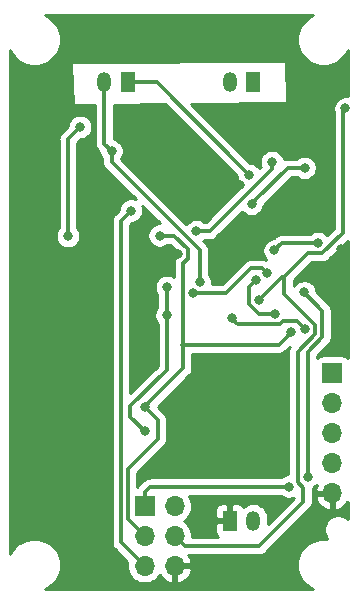
<source format=gbr>
G04 #@! TF.GenerationSoftware,KiCad,Pcbnew,(5.1.5)-3*
G04 #@! TF.CreationDate,2020-12-24T11:10:49+00:00*
G04 #@! TF.ProjectId,ModuleV421,4d6f6475-6c65-4563-9432-312e6b696361,rev?*
G04 #@! TF.SameCoordinates,Original*
G04 #@! TF.FileFunction,Copper,L2,Bot*
G04 #@! TF.FilePolarity,Positive*
%FSLAX46Y46*%
G04 Gerber Fmt 4.6, Leading zero omitted, Abs format (unit mm)*
G04 Created by KiCad (PCBNEW (5.1.5)-3) date 2020-12-24 11:10:49*
%MOMM*%
%LPD*%
G04 APERTURE LIST*
%ADD10R,1.200000X1.700000*%
%ADD11O,1.200000X1.700000*%
%ADD12R,1.700000X1.700000*%
%ADD13O,1.700000X1.700000*%
%ADD14C,0.800000*%
%ADD15C,0.300000*%
%ADD16C,0.254000*%
G04 APERTURE END LIST*
D10*
X123217600Y-54387600D03*
D11*
X121217600Y-54387600D03*
D12*
X129917600Y-78987600D03*
D13*
X129917600Y-81527600D03*
X129917600Y-84067600D03*
X129917600Y-86607600D03*
X129917600Y-89147600D03*
D12*
X114017600Y-90237600D03*
D13*
X116557600Y-90237600D03*
X114017600Y-92777600D03*
X116557600Y-92777600D03*
X114017600Y-95317600D03*
X116557600Y-95317600D03*
D10*
X121217600Y-91487600D03*
D11*
X123217600Y-91487600D03*
D10*
X112617600Y-54387600D03*
D11*
X110617600Y-54387600D03*
D14*
X119817600Y-51587600D03*
X119817600Y-49187600D03*
X112917600Y-50437610D03*
X113934889Y-50409368D03*
X111017600Y-67687600D03*
X109817600Y-67687600D03*
X105417600Y-89987600D03*
X106517600Y-89987600D03*
X110217600Y-96387600D03*
X111317600Y-96387600D03*
X125417600Y-86287600D03*
X125417600Y-87387600D03*
X128861920Y-69897740D03*
X130672940Y-68467720D03*
X109817600Y-68787600D03*
X111017600Y-68787600D03*
X103917600Y-67687600D03*
X105117600Y-67687600D03*
X113317600Y-72787600D03*
X117287772Y-65254798D03*
X114187550Y-72917650D03*
X112117600Y-58662600D03*
X116817600Y-68887600D03*
X129733140Y-71340460D03*
X128531720Y-64568820D03*
X122125840Y-63039740D03*
X111217600Y-60187600D03*
X118668648Y-71238648D03*
X127572360Y-61609720D03*
X123083420Y-64665340D03*
X122865260Y-62225317D03*
X107517600Y-67387598D03*
X108567600Y-58137600D03*
X115877103Y-74097241D03*
X115917600Y-71687600D03*
X118408132Y-66962306D03*
X114017600Y-83887600D03*
X127617600Y-75287600D03*
X124792840Y-61119500D03*
X121395834Y-74309370D03*
X118158746Y-72213341D03*
X124401680Y-70504800D03*
X125008740Y-68609960D03*
X128714600Y-67990200D03*
X123468313Y-71086910D03*
X125077320Y-73994760D03*
X112867589Y-65237589D03*
X131017600Y-56587600D03*
X123723375Y-72786921D03*
X127524287Y-72149244D03*
X126223665Y-88606799D03*
X127817600Y-87787600D03*
X114017596Y-81837596D03*
X115292377Y-67348877D03*
X126443022Y-75523897D03*
D15*
X110617600Y-59587600D02*
X111217600Y-60187600D01*
X110617600Y-54387600D02*
X110617600Y-59587600D01*
X118668648Y-68580903D02*
X118668648Y-71238648D01*
X111217600Y-61129855D02*
X118668648Y-68580903D01*
X111217600Y-60187600D02*
X111217600Y-61129855D01*
X123483419Y-64265341D02*
X123083420Y-64665340D01*
X126139040Y-61609720D02*
X123483419Y-64265341D01*
X127572360Y-61609720D02*
X126139040Y-61609720D01*
X112617600Y-54387600D02*
X115027543Y-54387600D01*
X122465261Y-61825318D02*
X122865260Y-62225317D01*
X115027543Y-54387600D02*
X122465261Y-61825318D01*
X107517600Y-59187600D02*
X108567600Y-58137600D01*
X107517600Y-67387598D02*
X107517600Y-59187600D01*
X115877103Y-74097241D02*
X115877103Y-71728097D01*
X115877103Y-71728097D02*
X115917600Y-71687600D01*
X115917600Y-78687600D02*
X115917600Y-74137738D01*
X112817600Y-81787600D02*
X115917600Y-78687600D01*
X115917600Y-74137738D02*
X115877103Y-74097241D01*
X114017600Y-83887600D02*
X112817600Y-82687600D01*
X112817600Y-82687600D02*
X112817600Y-81787600D01*
X118408132Y-66962306D02*
X119515719Y-66962306D01*
X124792840Y-61685185D02*
X124792840Y-61119500D01*
X119515719Y-66962306D02*
X124792840Y-61685185D01*
X121795833Y-74709369D02*
X121395834Y-74309370D01*
X125518341Y-74844761D02*
X121931225Y-74844761D01*
X125775504Y-74587598D02*
X125518341Y-74844761D01*
X127617600Y-75287600D02*
X126917598Y-74587598D01*
X121931225Y-74844761D02*
X121795833Y-74709369D01*
X126917598Y-74587598D02*
X125775504Y-74587598D01*
X123010979Y-70104801D02*
X124001681Y-70104801D01*
X120902439Y-72213341D02*
X123010979Y-70104801D01*
X124001681Y-70104801D02*
X124401680Y-70504800D01*
X118158746Y-72213341D02*
X120902439Y-72213341D01*
X125628500Y-67990200D02*
X128714600Y-67990200D01*
X125008740Y-68609960D02*
X125628500Y-67990200D01*
X122873374Y-71681849D02*
X122873374Y-73153018D01*
X124511635Y-73994760D02*
X125077320Y-73994760D01*
X122873374Y-73153018D02*
X123715116Y-73994760D01*
X123468313Y-71086910D02*
X122873374Y-71681849D01*
X123715116Y-73994760D02*
X124511635Y-73994760D01*
X112017588Y-66087590D02*
X112867589Y-65237589D01*
X114017600Y-95317600D02*
X112017588Y-93317588D01*
X112017588Y-93317588D02*
X112017588Y-66087590D01*
X125798085Y-70871560D02*
X125638736Y-70871560D01*
X125638736Y-70871560D02*
X124123374Y-72386922D01*
X124123374Y-72386922D02*
X123723375Y-72786921D01*
X127829444Y-68840201D02*
X125798085Y-70871560D01*
X130817610Y-65852035D02*
X130817610Y-67089312D01*
X129066721Y-68840201D02*
X127829444Y-68840201D01*
X130817610Y-67089312D02*
X129066721Y-68840201D01*
X130840580Y-56764620D02*
X131017600Y-56587600D01*
X130817600Y-65887600D02*
X130840580Y-65864620D01*
X130840580Y-65864620D02*
X130840580Y-56764620D01*
X127467602Y-89871118D02*
X123711121Y-93627599D01*
X127467602Y-88695606D02*
X127467602Y-89871118D01*
X126967598Y-77195606D02*
X126967598Y-88195602D01*
X117407599Y-93627599D02*
X116557600Y-92777600D01*
X125844400Y-70917875D02*
X125844400Y-72256396D01*
X123711121Y-93627599D02*
X117407599Y-93627599D01*
X125844400Y-72256396D02*
X128467602Y-74879598D01*
X126967598Y-88195602D02*
X127467602Y-88695606D01*
X128467602Y-74879598D02*
X128467602Y-75695602D01*
X125798085Y-70871560D02*
X125844400Y-70917875D01*
X128467602Y-75695602D02*
X126967598Y-77195606D01*
X114017600Y-89087600D02*
X114498401Y-88606799D01*
X114017600Y-90237600D02*
X114017600Y-89087600D01*
X114498401Y-88606799D02*
X126223665Y-88606799D01*
X129067613Y-73692570D02*
X129067613Y-75944134D01*
X129067613Y-75944134D02*
X127817600Y-77194147D01*
X127524287Y-72149244D02*
X129067613Y-73692570D01*
X127817600Y-77194147D02*
X127817600Y-87787600D01*
X117267601Y-78587591D02*
X114417595Y-81437597D01*
X114417595Y-81437597D02*
X114017596Y-81837596D01*
X117667601Y-68479599D02*
X117667601Y-69295601D01*
X116536879Y-67348877D02*
X117667601Y-68479599D01*
X117267601Y-69695601D02*
X117267601Y-78587591D01*
X115292377Y-67348877D02*
X116536879Y-67348877D01*
X117667601Y-69295601D02*
X117267601Y-69695601D01*
X115117600Y-82937600D02*
X114017596Y-81837596D01*
X115117600Y-84587600D02*
X115117600Y-82937600D01*
X114017600Y-92777600D02*
X112617599Y-91377599D01*
X112617599Y-87087601D02*
X115117600Y-84587600D01*
X112617599Y-91377599D02*
X112617599Y-87087601D01*
X126043023Y-75923896D02*
X126443022Y-75523897D01*
X117217600Y-76587600D02*
X125379319Y-76587600D01*
X125379319Y-76587600D02*
X126043023Y-75923896D01*
D16*
G36*
X128108931Y-48756969D02*
G01*
X127742871Y-49001562D01*
X127431562Y-49312871D01*
X127186969Y-49678931D01*
X127018490Y-50085675D01*
X126932600Y-50517472D01*
X126932600Y-50957728D01*
X127018490Y-51389525D01*
X127186969Y-51796269D01*
X127431562Y-52162329D01*
X127742871Y-52473638D01*
X128108931Y-52718231D01*
X128515675Y-52886710D01*
X128947472Y-52972600D01*
X129387728Y-52972600D01*
X129819525Y-52886710D01*
X130226269Y-52718231D01*
X130592329Y-52473638D01*
X130903638Y-52162329D01*
X131148231Y-51796269D01*
X131207600Y-51652940D01*
X131207600Y-55570116D01*
X131119539Y-55552600D01*
X130915661Y-55552600D01*
X130715702Y-55592374D01*
X130527344Y-55670395D01*
X130357826Y-55783663D01*
X130213663Y-55927826D01*
X130100395Y-56097344D01*
X130022374Y-56285702D01*
X129982600Y-56485661D01*
X129982600Y-56689539D01*
X130022374Y-56889498D01*
X130055581Y-56969666D01*
X130055580Y-65659872D01*
X130043969Y-65698149D01*
X130032610Y-65813475D01*
X130032610Y-65848945D01*
X130028803Y-65887600D01*
X130032610Y-65926255D01*
X130032611Y-66764153D01*
X129492438Y-67304327D01*
X129374374Y-67186263D01*
X129204856Y-67072995D01*
X129016498Y-66994974D01*
X128816539Y-66955200D01*
X128612661Y-66955200D01*
X128412702Y-66994974D01*
X128224344Y-67072995D01*
X128054826Y-67186263D01*
X128035889Y-67205200D01*
X125667053Y-67205200D01*
X125628500Y-67201403D01*
X125589947Y-67205200D01*
X125589939Y-67205200D01*
X125474613Y-67216559D01*
X125326640Y-67261446D01*
X125190267Y-67334338D01*
X125130059Y-67383750D01*
X125100687Y-67407855D01*
X125100684Y-67407858D01*
X125070736Y-67432436D01*
X125046157Y-67462385D01*
X124933582Y-67574960D01*
X124906801Y-67574960D01*
X124706842Y-67614734D01*
X124518484Y-67692755D01*
X124348966Y-67806023D01*
X124204803Y-67950186D01*
X124091535Y-68119704D01*
X124013514Y-68308062D01*
X123973740Y-68508021D01*
X123973740Y-68711899D01*
X124013514Y-68911858D01*
X124091535Y-69100216D01*
X124204803Y-69269734D01*
X124319814Y-69384745D01*
X124303541Y-69376047D01*
X124155568Y-69331160D01*
X124040242Y-69319801D01*
X124040234Y-69319801D01*
X124001681Y-69316004D01*
X123963128Y-69319801D01*
X123049535Y-69319801D01*
X123010979Y-69316004D01*
X122972423Y-69319801D01*
X122972418Y-69319801D01*
X122932005Y-69323781D01*
X122857092Y-69331159D01*
X122735600Y-69368014D01*
X122709119Y-69376047D01*
X122572746Y-69448939D01*
X122453215Y-69547037D01*
X122428632Y-69576991D01*
X120577282Y-71428341D01*
X119686193Y-71428341D01*
X119703648Y-71340587D01*
X119703648Y-71136709D01*
X119663874Y-70936750D01*
X119585853Y-70748392D01*
X119472585Y-70578874D01*
X119453648Y-70559937D01*
X119453648Y-68619455D01*
X119457445Y-68580902D01*
X119453648Y-68542349D01*
X119453648Y-68542342D01*
X119442289Y-68427016D01*
X119434692Y-68401970D01*
X119397402Y-68279043D01*
X119386077Y-68257856D01*
X119324510Y-68142670D01*
X119226412Y-68023139D01*
X119196465Y-67998562D01*
X119005706Y-67807803D01*
X119067906Y-67766243D01*
X119086843Y-67747306D01*
X119477166Y-67747306D01*
X119515719Y-67751103D01*
X119554272Y-67747306D01*
X119554280Y-67747306D01*
X119669606Y-67735947D01*
X119817579Y-67691060D01*
X119953952Y-67618168D01*
X120073483Y-67520070D01*
X120098066Y-67490116D01*
X122272908Y-65315274D01*
X122279483Y-65325114D01*
X122423646Y-65469277D01*
X122593164Y-65582545D01*
X122781522Y-65660566D01*
X122981481Y-65700340D01*
X123185359Y-65700340D01*
X123385318Y-65660566D01*
X123573676Y-65582545D01*
X123743194Y-65469277D01*
X123887357Y-65325114D01*
X124000625Y-65155596D01*
X124078646Y-64967238D01*
X124118420Y-64767279D01*
X124118420Y-64740497D01*
X126464198Y-62394720D01*
X126893649Y-62394720D01*
X126912586Y-62413657D01*
X127082104Y-62526925D01*
X127270462Y-62604946D01*
X127470421Y-62644720D01*
X127674299Y-62644720D01*
X127874258Y-62604946D01*
X128062616Y-62526925D01*
X128232134Y-62413657D01*
X128376297Y-62269494D01*
X128489565Y-62099976D01*
X128567586Y-61911618D01*
X128607360Y-61711659D01*
X128607360Y-61507781D01*
X128567586Y-61307822D01*
X128489565Y-61119464D01*
X128376297Y-60949946D01*
X128232134Y-60805783D01*
X128062616Y-60692515D01*
X127874258Y-60614494D01*
X127674299Y-60574720D01*
X127470421Y-60574720D01*
X127270462Y-60614494D01*
X127082104Y-60692515D01*
X126912586Y-60805783D01*
X126893649Y-60824720D01*
X126177592Y-60824720D01*
X126139039Y-60820923D01*
X126100486Y-60824720D01*
X126100479Y-60824720D01*
X125999530Y-60834663D01*
X125985152Y-60836079D01*
X125950712Y-60846526D01*
X125837180Y-60880966D01*
X125804178Y-60898605D01*
X125788066Y-60817602D01*
X125710045Y-60629244D01*
X125596777Y-60459726D01*
X125452614Y-60315563D01*
X125283096Y-60202295D01*
X125094738Y-60124274D01*
X124894779Y-60084500D01*
X124690901Y-60084500D01*
X124490942Y-60124274D01*
X124302584Y-60202295D01*
X124133066Y-60315563D01*
X123988903Y-60459726D01*
X123875635Y-60629244D01*
X123797614Y-60817602D01*
X123757840Y-61017561D01*
X123757840Y-61221439D01*
X123797614Y-61421398D01*
X123841213Y-61526654D01*
X123722520Y-61645347D01*
X123669197Y-61565543D01*
X123525034Y-61421380D01*
X123355516Y-61308112D01*
X123167158Y-61230091D01*
X122967199Y-61190317D01*
X122940417Y-61190317D01*
X117942998Y-56192898D01*
X125918847Y-56114594D01*
X125944261Y-56111770D01*
X125967973Y-56104183D01*
X125989749Y-56092116D01*
X126008753Y-56076032D01*
X126024253Y-56056550D01*
X126035656Y-56034418D01*
X126042521Y-56010487D01*
X126044585Y-55985676D01*
X125994585Y-52685676D01*
X125991984Y-52661956D01*
X125984591Y-52638182D01*
X125972702Y-52616308D01*
X125956774Y-52597173D01*
X125937419Y-52581514D01*
X125915381Y-52569931D01*
X125891507Y-52562871D01*
X125866714Y-52560603D01*
X107941714Y-52685603D01*
X107912277Y-52689273D01*
X107888799Y-52697559D01*
X107867390Y-52710265D01*
X107848870Y-52726904D01*
X107833953Y-52746837D01*
X107823211Y-52769296D01*
X107817057Y-52793420D01*
X107815727Y-52818281D01*
X107965727Y-56168281D01*
X107968290Y-56188598D01*
X107975750Y-56212350D01*
X107987701Y-56234191D01*
X108003683Y-56253280D01*
X108023083Y-56268884D01*
X108045153Y-56280404D01*
X108069048Y-56287397D01*
X108093847Y-56289594D01*
X109832600Y-56272523D01*
X109832601Y-59549037D01*
X109828803Y-59587600D01*
X109843959Y-59741486D01*
X109888846Y-59889459D01*
X109888847Y-59889460D01*
X109961739Y-60025833D01*
X110002290Y-60075244D01*
X110035255Y-60115412D01*
X110035259Y-60115416D01*
X110059837Y-60145364D01*
X110089785Y-60169942D01*
X110182600Y-60262757D01*
X110182600Y-60289539D01*
X110222374Y-60489498D01*
X110300395Y-60677856D01*
X110413663Y-60847374D01*
X110432601Y-60866312D01*
X110432601Y-61091293D01*
X110428803Y-61129855D01*
X110443959Y-61283741D01*
X110488846Y-61431714D01*
X110522777Y-61495195D01*
X110561739Y-61568088D01*
X110595906Y-61609720D01*
X110635255Y-61657667D01*
X110635259Y-61657671D01*
X110659837Y-61687619D01*
X110689785Y-61712197D01*
X113255634Y-64278047D01*
X113169487Y-64242363D01*
X112969528Y-64202589D01*
X112765650Y-64202589D01*
X112565691Y-64242363D01*
X112377333Y-64320384D01*
X112207815Y-64433652D01*
X112063652Y-64577815D01*
X111950384Y-64747333D01*
X111872363Y-64935691D01*
X111832589Y-65135650D01*
X111832589Y-65162432D01*
X111489773Y-65505248D01*
X111459825Y-65529826D01*
X111435247Y-65559774D01*
X111435243Y-65559778D01*
X111416559Y-65582545D01*
X111361727Y-65649357D01*
X111328921Y-65710733D01*
X111288834Y-65785731D01*
X111243947Y-65933704D01*
X111228791Y-66087590D01*
X111232589Y-66126153D01*
X111232588Y-93279035D01*
X111228791Y-93317588D01*
X111232588Y-93356141D01*
X111232588Y-93356148D01*
X111243947Y-93471474D01*
X111288834Y-93619447D01*
X111361726Y-93755820D01*
X111459824Y-93875352D01*
X111489778Y-93899935D01*
X112570525Y-94980682D01*
X112532600Y-95171340D01*
X112532600Y-95463860D01*
X112589668Y-95750758D01*
X112701610Y-96021011D01*
X112864125Y-96264232D01*
X113070968Y-96471075D01*
X113314189Y-96633590D01*
X113584442Y-96745532D01*
X113871340Y-96802600D01*
X114163860Y-96802600D01*
X114450758Y-96745532D01*
X114721011Y-96633590D01*
X114964232Y-96471075D01*
X115171075Y-96264232D01*
X115288700Y-96088194D01*
X115460012Y-96317869D01*
X115676245Y-96512778D01*
X115926348Y-96661757D01*
X116200709Y-96759081D01*
X116430600Y-96638414D01*
X116430600Y-95444600D01*
X116684600Y-95444600D01*
X116684600Y-96638414D01*
X116914491Y-96759081D01*
X117188852Y-96661757D01*
X117438955Y-96512778D01*
X117655188Y-96317869D01*
X117829241Y-96084520D01*
X117954425Y-95821699D01*
X117999076Y-95674490D01*
X117877755Y-95444600D01*
X116684600Y-95444600D01*
X116430600Y-95444600D01*
X116410600Y-95444600D01*
X116410600Y-95190600D01*
X116430600Y-95190600D01*
X116430600Y-95170600D01*
X116684600Y-95170600D01*
X116684600Y-95190600D01*
X117877755Y-95190600D01*
X117999076Y-94960710D01*
X117954425Y-94813501D01*
X117829241Y-94550680D01*
X117726248Y-94412599D01*
X123672568Y-94412599D01*
X123711121Y-94416396D01*
X123749674Y-94412599D01*
X123749682Y-94412599D01*
X123865008Y-94401240D01*
X124012981Y-94356353D01*
X124149354Y-94283461D01*
X124268885Y-94185363D01*
X124293468Y-94155409D01*
X127995418Y-90453460D01*
X128025366Y-90428882D01*
X128054470Y-90393420D01*
X128081816Y-90360098D01*
X128123464Y-90309351D01*
X128196356Y-90172978D01*
X128241243Y-90025005D01*
X128252602Y-89909679D01*
X128252602Y-89909672D01*
X128256399Y-89871119D01*
X128252602Y-89832566D01*
X128252602Y-89504490D01*
X128476124Y-89504490D01*
X128520775Y-89651699D01*
X128645959Y-89914520D01*
X128820012Y-90147869D01*
X129036245Y-90342778D01*
X129286348Y-90491757D01*
X129560709Y-90589081D01*
X129790600Y-90468414D01*
X129790600Y-89274600D01*
X128597445Y-89274600D01*
X128476124Y-89504490D01*
X128252602Y-89504490D01*
X128252602Y-88734158D01*
X128253266Y-88727417D01*
X128307856Y-88704805D01*
X128477374Y-88591537D01*
X128607512Y-88461399D01*
X128520775Y-88643501D01*
X128476124Y-88790710D01*
X128597445Y-89020600D01*
X129790600Y-89020600D01*
X129790600Y-89000600D01*
X130044600Y-89000600D01*
X130044600Y-89020600D01*
X130064600Y-89020600D01*
X130064600Y-89274600D01*
X130044600Y-89274600D01*
X130044600Y-90468414D01*
X130274491Y-90589081D01*
X130548852Y-90491757D01*
X130798955Y-90342778D01*
X131015188Y-90147869D01*
X131189241Y-89914520D01*
X131207601Y-89875974D01*
X131207601Y-91314987D01*
X131189568Y-91296954D01*
X130991224Y-91164425D01*
X130770836Y-91073138D01*
X130536873Y-91026600D01*
X130298327Y-91026600D01*
X130064364Y-91073138D01*
X129843976Y-91164425D01*
X129645632Y-91296954D01*
X129476954Y-91465632D01*
X129344425Y-91663976D01*
X129253138Y-91884364D01*
X129206600Y-92118327D01*
X129206600Y-92356873D01*
X129253138Y-92590836D01*
X129344425Y-92811224D01*
X129476954Y-93009568D01*
X129490411Y-93023025D01*
X129387728Y-93002600D01*
X128947472Y-93002600D01*
X128515675Y-93088490D01*
X128108931Y-93256969D01*
X127742871Y-93501562D01*
X127431562Y-93812871D01*
X127186969Y-94178931D01*
X127018490Y-94585675D01*
X126932600Y-95017472D01*
X126932600Y-95457728D01*
X127018490Y-95889525D01*
X127186969Y-96296269D01*
X127431562Y-96662329D01*
X127742871Y-96973638D01*
X128108931Y-97218231D01*
X128252260Y-97277600D01*
X105582940Y-97277600D01*
X105726269Y-97218231D01*
X106092329Y-96973638D01*
X106403638Y-96662329D01*
X106648231Y-96296269D01*
X106816710Y-95889525D01*
X106902600Y-95457728D01*
X106902600Y-95017472D01*
X106816710Y-94585675D01*
X106648231Y-94178931D01*
X106403638Y-93812871D01*
X106092329Y-93501562D01*
X105726269Y-93256969D01*
X105319525Y-93088490D01*
X104887728Y-93002600D01*
X104447472Y-93002600D01*
X104015675Y-93088490D01*
X103608931Y-93256969D01*
X103242871Y-93501562D01*
X102931562Y-93812871D01*
X102686969Y-94178931D01*
X102627600Y-94322260D01*
X102627600Y-67285659D01*
X106482600Y-67285659D01*
X106482600Y-67489537D01*
X106522374Y-67689496D01*
X106600395Y-67877854D01*
X106713663Y-68047372D01*
X106857826Y-68191535D01*
X107027344Y-68304803D01*
X107215702Y-68382824D01*
X107415661Y-68422598D01*
X107619539Y-68422598D01*
X107819498Y-68382824D01*
X108007856Y-68304803D01*
X108177374Y-68191535D01*
X108321537Y-68047372D01*
X108434805Y-67877854D01*
X108512826Y-67689496D01*
X108552600Y-67489537D01*
X108552600Y-67285659D01*
X108512826Y-67085700D01*
X108434805Y-66897342D01*
X108321537Y-66727824D01*
X108302600Y-66708887D01*
X108302600Y-59512757D01*
X108642758Y-59172600D01*
X108669539Y-59172600D01*
X108869498Y-59132826D01*
X109057856Y-59054805D01*
X109227374Y-58941537D01*
X109371537Y-58797374D01*
X109484805Y-58627856D01*
X109562826Y-58439498D01*
X109602600Y-58239539D01*
X109602600Y-58035661D01*
X109562826Y-57835702D01*
X109484805Y-57647344D01*
X109371537Y-57477826D01*
X109227374Y-57333663D01*
X109057856Y-57220395D01*
X108869498Y-57142374D01*
X108669539Y-57102600D01*
X108465661Y-57102600D01*
X108265702Y-57142374D01*
X108077344Y-57220395D01*
X107907826Y-57333663D01*
X107763663Y-57477826D01*
X107650395Y-57647344D01*
X107572374Y-57835702D01*
X107532600Y-58035661D01*
X107532600Y-58062442D01*
X106989785Y-58605258D01*
X106959837Y-58629836D01*
X106935259Y-58659784D01*
X106935255Y-58659788D01*
X106930639Y-58665413D01*
X106861739Y-58749367D01*
X106836079Y-58797374D01*
X106788846Y-58885741D01*
X106743959Y-59033714D01*
X106728803Y-59187600D01*
X106732601Y-59226163D01*
X106732600Y-66708887D01*
X106713663Y-66727824D01*
X106600395Y-66897342D01*
X106522374Y-67085700D01*
X106482600Y-67285659D01*
X102627600Y-67285659D01*
X102627600Y-51652940D01*
X102686969Y-51796269D01*
X102931562Y-52162329D01*
X103242871Y-52473638D01*
X103608931Y-52718231D01*
X104015675Y-52886710D01*
X104447472Y-52972600D01*
X104887728Y-52972600D01*
X105319525Y-52886710D01*
X105726269Y-52718231D01*
X106092329Y-52473638D01*
X106403638Y-52162329D01*
X106648231Y-51796269D01*
X106816710Y-51389525D01*
X106902600Y-50957728D01*
X106902600Y-50517472D01*
X106816710Y-50085675D01*
X106648231Y-49678931D01*
X106403638Y-49312871D01*
X106092329Y-49001562D01*
X105726269Y-48756969D01*
X105582940Y-48697600D01*
X128252260Y-48697600D01*
X128108931Y-48756969D01*
G37*
X128108931Y-48756969D02*
X127742871Y-49001562D01*
X127431562Y-49312871D01*
X127186969Y-49678931D01*
X127018490Y-50085675D01*
X126932600Y-50517472D01*
X126932600Y-50957728D01*
X127018490Y-51389525D01*
X127186969Y-51796269D01*
X127431562Y-52162329D01*
X127742871Y-52473638D01*
X128108931Y-52718231D01*
X128515675Y-52886710D01*
X128947472Y-52972600D01*
X129387728Y-52972600D01*
X129819525Y-52886710D01*
X130226269Y-52718231D01*
X130592329Y-52473638D01*
X130903638Y-52162329D01*
X131148231Y-51796269D01*
X131207600Y-51652940D01*
X131207600Y-55570116D01*
X131119539Y-55552600D01*
X130915661Y-55552600D01*
X130715702Y-55592374D01*
X130527344Y-55670395D01*
X130357826Y-55783663D01*
X130213663Y-55927826D01*
X130100395Y-56097344D01*
X130022374Y-56285702D01*
X129982600Y-56485661D01*
X129982600Y-56689539D01*
X130022374Y-56889498D01*
X130055581Y-56969666D01*
X130055580Y-65659872D01*
X130043969Y-65698149D01*
X130032610Y-65813475D01*
X130032610Y-65848945D01*
X130028803Y-65887600D01*
X130032610Y-65926255D01*
X130032611Y-66764153D01*
X129492438Y-67304327D01*
X129374374Y-67186263D01*
X129204856Y-67072995D01*
X129016498Y-66994974D01*
X128816539Y-66955200D01*
X128612661Y-66955200D01*
X128412702Y-66994974D01*
X128224344Y-67072995D01*
X128054826Y-67186263D01*
X128035889Y-67205200D01*
X125667053Y-67205200D01*
X125628500Y-67201403D01*
X125589947Y-67205200D01*
X125589939Y-67205200D01*
X125474613Y-67216559D01*
X125326640Y-67261446D01*
X125190267Y-67334338D01*
X125130059Y-67383750D01*
X125100687Y-67407855D01*
X125100684Y-67407858D01*
X125070736Y-67432436D01*
X125046157Y-67462385D01*
X124933582Y-67574960D01*
X124906801Y-67574960D01*
X124706842Y-67614734D01*
X124518484Y-67692755D01*
X124348966Y-67806023D01*
X124204803Y-67950186D01*
X124091535Y-68119704D01*
X124013514Y-68308062D01*
X123973740Y-68508021D01*
X123973740Y-68711899D01*
X124013514Y-68911858D01*
X124091535Y-69100216D01*
X124204803Y-69269734D01*
X124319814Y-69384745D01*
X124303541Y-69376047D01*
X124155568Y-69331160D01*
X124040242Y-69319801D01*
X124040234Y-69319801D01*
X124001681Y-69316004D01*
X123963128Y-69319801D01*
X123049535Y-69319801D01*
X123010979Y-69316004D01*
X122972423Y-69319801D01*
X122972418Y-69319801D01*
X122932005Y-69323781D01*
X122857092Y-69331159D01*
X122735600Y-69368014D01*
X122709119Y-69376047D01*
X122572746Y-69448939D01*
X122453215Y-69547037D01*
X122428632Y-69576991D01*
X120577282Y-71428341D01*
X119686193Y-71428341D01*
X119703648Y-71340587D01*
X119703648Y-71136709D01*
X119663874Y-70936750D01*
X119585853Y-70748392D01*
X119472585Y-70578874D01*
X119453648Y-70559937D01*
X119453648Y-68619455D01*
X119457445Y-68580902D01*
X119453648Y-68542349D01*
X119453648Y-68542342D01*
X119442289Y-68427016D01*
X119434692Y-68401970D01*
X119397402Y-68279043D01*
X119386077Y-68257856D01*
X119324510Y-68142670D01*
X119226412Y-68023139D01*
X119196465Y-67998562D01*
X119005706Y-67807803D01*
X119067906Y-67766243D01*
X119086843Y-67747306D01*
X119477166Y-67747306D01*
X119515719Y-67751103D01*
X119554272Y-67747306D01*
X119554280Y-67747306D01*
X119669606Y-67735947D01*
X119817579Y-67691060D01*
X119953952Y-67618168D01*
X120073483Y-67520070D01*
X120098066Y-67490116D01*
X122272908Y-65315274D01*
X122279483Y-65325114D01*
X122423646Y-65469277D01*
X122593164Y-65582545D01*
X122781522Y-65660566D01*
X122981481Y-65700340D01*
X123185359Y-65700340D01*
X123385318Y-65660566D01*
X123573676Y-65582545D01*
X123743194Y-65469277D01*
X123887357Y-65325114D01*
X124000625Y-65155596D01*
X124078646Y-64967238D01*
X124118420Y-64767279D01*
X124118420Y-64740497D01*
X126464198Y-62394720D01*
X126893649Y-62394720D01*
X126912586Y-62413657D01*
X127082104Y-62526925D01*
X127270462Y-62604946D01*
X127470421Y-62644720D01*
X127674299Y-62644720D01*
X127874258Y-62604946D01*
X128062616Y-62526925D01*
X128232134Y-62413657D01*
X128376297Y-62269494D01*
X128489565Y-62099976D01*
X128567586Y-61911618D01*
X128607360Y-61711659D01*
X128607360Y-61507781D01*
X128567586Y-61307822D01*
X128489565Y-61119464D01*
X128376297Y-60949946D01*
X128232134Y-60805783D01*
X128062616Y-60692515D01*
X127874258Y-60614494D01*
X127674299Y-60574720D01*
X127470421Y-60574720D01*
X127270462Y-60614494D01*
X127082104Y-60692515D01*
X126912586Y-60805783D01*
X126893649Y-60824720D01*
X126177592Y-60824720D01*
X126139039Y-60820923D01*
X126100486Y-60824720D01*
X126100479Y-60824720D01*
X125999530Y-60834663D01*
X125985152Y-60836079D01*
X125950712Y-60846526D01*
X125837180Y-60880966D01*
X125804178Y-60898605D01*
X125788066Y-60817602D01*
X125710045Y-60629244D01*
X125596777Y-60459726D01*
X125452614Y-60315563D01*
X125283096Y-60202295D01*
X125094738Y-60124274D01*
X124894779Y-60084500D01*
X124690901Y-60084500D01*
X124490942Y-60124274D01*
X124302584Y-60202295D01*
X124133066Y-60315563D01*
X123988903Y-60459726D01*
X123875635Y-60629244D01*
X123797614Y-60817602D01*
X123757840Y-61017561D01*
X123757840Y-61221439D01*
X123797614Y-61421398D01*
X123841213Y-61526654D01*
X123722520Y-61645347D01*
X123669197Y-61565543D01*
X123525034Y-61421380D01*
X123355516Y-61308112D01*
X123167158Y-61230091D01*
X122967199Y-61190317D01*
X122940417Y-61190317D01*
X117942998Y-56192898D01*
X125918847Y-56114594D01*
X125944261Y-56111770D01*
X125967973Y-56104183D01*
X125989749Y-56092116D01*
X126008753Y-56076032D01*
X126024253Y-56056550D01*
X126035656Y-56034418D01*
X126042521Y-56010487D01*
X126044585Y-55985676D01*
X125994585Y-52685676D01*
X125991984Y-52661956D01*
X125984591Y-52638182D01*
X125972702Y-52616308D01*
X125956774Y-52597173D01*
X125937419Y-52581514D01*
X125915381Y-52569931D01*
X125891507Y-52562871D01*
X125866714Y-52560603D01*
X107941714Y-52685603D01*
X107912277Y-52689273D01*
X107888799Y-52697559D01*
X107867390Y-52710265D01*
X107848870Y-52726904D01*
X107833953Y-52746837D01*
X107823211Y-52769296D01*
X107817057Y-52793420D01*
X107815727Y-52818281D01*
X107965727Y-56168281D01*
X107968290Y-56188598D01*
X107975750Y-56212350D01*
X107987701Y-56234191D01*
X108003683Y-56253280D01*
X108023083Y-56268884D01*
X108045153Y-56280404D01*
X108069048Y-56287397D01*
X108093847Y-56289594D01*
X109832600Y-56272523D01*
X109832601Y-59549037D01*
X109828803Y-59587600D01*
X109843959Y-59741486D01*
X109888846Y-59889459D01*
X109888847Y-59889460D01*
X109961739Y-60025833D01*
X110002290Y-60075244D01*
X110035255Y-60115412D01*
X110035259Y-60115416D01*
X110059837Y-60145364D01*
X110089785Y-60169942D01*
X110182600Y-60262757D01*
X110182600Y-60289539D01*
X110222374Y-60489498D01*
X110300395Y-60677856D01*
X110413663Y-60847374D01*
X110432601Y-60866312D01*
X110432601Y-61091293D01*
X110428803Y-61129855D01*
X110443959Y-61283741D01*
X110488846Y-61431714D01*
X110522777Y-61495195D01*
X110561739Y-61568088D01*
X110595906Y-61609720D01*
X110635255Y-61657667D01*
X110635259Y-61657671D01*
X110659837Y-61687619D01*
X110689785Y-61712197D01*
X113255634Y-64278047D01*
X113169487Y-64242363D01*
X112969528Y-64202589D01*
X112765650Y-64202589D01*
X112565691Y-64242363D01*
X112377333Y-64320384D01*
X112207815Y-64433652D01*
X112063652Y-64577815D01*
X111950384Y-64747333D01*
X111872363Y-64935691D01*
X111832589Y-65135650D01*
X111832589Y-65162432D01*
X111489773Y-65505248D01*
X111459825Y-65529826D01*
X111435247Y-65559774D01*
X111435243Y-65559778D01*
X111416559Y-65582545D01*
X111361727Y-65649357D01*
X111328921Y-65710733D01*
X111288834Y-65785731D01*
X111243947Y-65933704D01*
X111228791Y-66087590D01*
X111232589Y-66126153D01*
X111232588Y-93279035D01*
X111228791Y-93317588D01*
X111232588Y-93356141D01*
X111232588Y-93356148D01*
X111243947Y-93471474D01*
X111288834Y-93619447D01*
X111361726Y-93755820D01*
X111459824Y-93875352D01*
X111489778Y-93899935D01*
X112570525Y-94980682D01*
X112532600Y-95171340D01*
X112532600Y-95463860D01*
X112589668Y-95750758D01*
X112701610Y-96021011D01*
X112864125Y-96264232D01*
X113070968Y-96471075D01*
X113314189Y-96633590D01*
X113584442Y-96745532D01*
X113871340Y-96802600D01*
X114163860Y-96802600D01*
X114450758Y-96745532D01*
X114721011Y-96633590D01*
X114964232Y-96471075D01*
X115171075Y-96264232D01*
X115288700Y-96088194D01*
X115460012Y-96317869D01*
X115676245Y-96512778D01*
X115926348Y-96661757D01*
X116200709Y-96759081D01*
X116430600Y-96638414D01*
X116430600Y-95444600D01*
X116684600Y-95444600D01*
X116684600Y-96638414D01*
X116914491Y-96759081D01*
X117188852Y-96661757D01*
X117438955Y-96512778D01*
X117655188Y-96317869D01*
X117829241Y-96084520D01*
X117954425Y-95821699D01*
X117999076Y-95674490D01*
X117877755Y-95444600D01*
X116684600Y-95444600D01*
X116430600Y-95444600D01*
X116410600Y-95444600D01*
X116410600Y-95190600D01*
X116430600Y-95190600D01*
X116430600Y-95170600D01*
X116684600Y-95170600D01*
X116684600Y-95190600D01*
X117877755Y-95190600D01*
X117999076Y-94960710D01*
X117954425Y-94813501D01*
X117829241Y-94550680D01*
X117726248Y-94412599D01*
X123672568Y-94412599D01*
X123711121Y-94416396D01*
X123749674Y-94412599D01*
X123749682Y-94412599D01*
X123865008Y-94401240D01*
X124012981Y-94356353D01*
X124149354Y-94283461D01*
X124268885Y-94185363D01*
X124293468Y-94155409D01*
X127995418Y-90453460D01*
X128025366Y-90428882D01*
X128054470Y-90393420D01*
X128081816Y-90360098D01*
X128123464Y-90309351D01*
X128196356Y-90172978D01*
X128241243Y-90025005D01*
X128252602Y-89909679D01*
X128252602Y-89909672D01*
X128256399Y-89871119D01*
X128252602Y-89832566D01*
X128252602Y-89504490D01*
X128476124Y-89504490D01*
X128520775Y-89651699D01*
X128645959Y-89914520D01*
X128820012Y-90147869D01*
X129036245Y-90342778D01*
X129286348Y-90491757D01*
X129560709Y-90589081D01*
X129790600Y-90468414D01*
X129790600Y-89274600D01*
X128597445Y-89274600D01*
X128476124Y-89504490D01*
X128252602Y-89504490D01*
X128252602Y-88734158D01*
X128253266Y-88727417D01*
X128307856Y-88704805D01*
X128477374Y-88591537D01*
X128607512Y-88461399D01*
X128520775Y-88643501D01*
X128476124Y-88790710D01*
X128597445Y-89020600D01*
X129790600Y-89020600D01*
X129790600Y-89000600D01*
X130044600Y-89000600D01*
X130044600Y-89020600D01*
X130064600Y-89020600D01*
X130064600Y-89274600D01*
X130044600Y-89274600D01*
X130044600Y-90468414D01*
X130274491Y-90589081D01*
X130548852Y-90491757D01*
X130798955Y-90342778D01*
X131015188Y-90147869D01*
X131189241Y-89914520D01*
X131207601Y-89875974D01*
X131207601Y-91314987D01*
X131189568Y-91296954D01*
X130991224Y-91164425D01*
X130770836Y-91073138D01*
X130536873Y-91026600D01*
X130298327Y-91026600D01*
X130064364Y-91073138D01*
X129843976Y-91164425D01*
X129645632Y-91296954D01*
X129476954Y-91465632D01*
X129344425Y-91663976D01*
X129253138Y-91884364D01*
X129206600Y-92118327D01*
X129206600Y-92356873D01*
X129253138Y-92590836D01*
X129344425Y-92811224D01*
X129476954Y-93009568D01*
X129490411Y-93023025D01*
X129387728Y-93002600D01*
X128947472Y-93002600D01*
X128515675Y-93088490D01*
X128108931Y-93256969D01*
X127742871Y-93501562D01*
X127431562Y-93812871D01*
X127186969Y-94178931D01*
X127018490Y-94585675D01*
X126932600Y-95017472D01*
X126932600Y-95457728D01*
X127018490Y-95889525D01*
X127186969Y-96296269D01*
X127431562Y-96662329D01*
X127742871Y-96973638D01*
X128108931Y-97218231D01*
X128252260Y-97277600D01*
X105582940Y-97277600D01*
X105726269Y-97218231D01*
X106092329Y-96973638D01*
X106403638Y-96662329D01*
X106648231Y-96296269D01*
X106816710Y-95889525D01*
X106902600Y-95457728D01*
X106902600Y-95017472D01*
X106816710Y-94585675D01*
X106648231Y-94178931D01*
X106403638Y-93812871D01*
X106092329Y-93501562D01*
X105726269Y-93256969D01*
X105319525Y-93088490D01*
X104887728Y-93002600D01*
X104447472Y-93002600D01*
X104015675Y-93088490D01*
X103608931Y-93256969D01*
X103242871Y-93501562D01*
X102931562Y-93812871D01*
X102686969Y-94178931D01*
X102627600Y-94322260D01*
X102627600Y-67285659D01*
X106482600Y-67285659D01*
X106482600Y-67489537D01*
X106522374Y-67689496D01*
X106600395Y-67877854D01*
X106713663Y-68047372D01*
X106857826Y-68191535D01*
X107027344Y-68304803D01*
X107215702Y-68382824D01*
X107415661Y-68422598D01*
X107619539Y-68422598D01*
X107819498Y-68382824D01*
X108007856Y-68304803D01*
X108177374Y-68191535D01*
X108321537Y-68047372D01*
X108434805Y-67877854D01*
X108512826Y-67689496D01*
X108552600Y-67489537D01*
X108552600Y-67285659D01*
X108512826Y-67085700D01*
X108434805Y-66897342D01*
X108321537Y-66727824D01*
X108302600Y-66708887D01*
X108302600Y-59512757D01*
X108642758Y-59172600D01*
X108669539Y-59172600D01*
X108869498Y-59132826D01*
X109057856Y-59054805D01*
X109227374Y-58941537D01*
X109371537Y-58797374D01*
X109484805Y-58627856D01*
X109562826Y-58439498D01*
X109602600Y-58239539D01*
X109602600Y-58035661D01*
X109562826Y-57835702D01*
X109484805Y-57647344D01*
X109371537Y-57477826D01*
X109227374Y-57333663D01*
X109057856Y-57220395D01*
X108869498Y-57142374D01*
X108669539Y-57102600D01*
X108465661Y-57102600D01*
X108265702Y-57142374D01*
X108077344Y-57220395D01*
X107907826Y-57333663D01*
X107763663Y-57477826D01*
X107650395Y-57647344D01*
X107572374Y-57835702D01*
X107532600Y-58035661D01*
X107532600Y-58062442D01*
X106989785Y-58605258D01*
X106959837Y-58629836D01*
X106935259Y-58659784D01*
X106935255Y-58659788D01*
X106930639Y-58665413D01*
X106861739Y-58749367D01*
X106836079Y-58797374D01*
X106788846Y-58885741D01*
X106743959Y-59033714D01*
X106728803Y-59187600D01*
X106732601Y-59226163D01*
X106732600Y-66708887D01*
X106713663Y-66727824D01*
X106600395Y-66897342D01*
X106522374Y-67085700D01*
X106482600Y-67285659D01*
X102627600Y-67285659D01*
X102627600Y-51652940D01*
X102686969Y-51796269D01*
X102931562Y-52162329D01*
X103242871Y-52473638D01*
X103608931Y-52718231D01*
X104015675Y-52886710D01*
X104447472Y-52972600D01*
X104887728Y-52972600D01*
X105319525Y-52886710D01*
X105726269Y-52718231D01*
X106092329Y-52473638D01*
X106403638Y-52162329D01*
X106648231Y-51796269D01*
X106816710Y-51389525D01*
X106902600Y-50957728D01*
X106902600Y-50517472D01*
X106816710Y-50085675D01*
X106648231Y-49678931D01*
X106403638Y-49312871D01*
X106092329Y-49001562D01*
X105726269Y-48756969D01*
X105582940Y-48697600D01*
X128252260Y-48697600D01*
X128108931Y-48756969D01*
G36*
X125563891Y-89410736D02*
G01*
X125733409Y-89524004D01*
X125921767Y-89602025D01*
X126121726Y-89641799D01*
X126325604Y-89641799D01*
X126525563Y-89602025D01*
X126682603Y-89536977D01*
X126682603Y-89545959D01*
X124452600Y-91775963D01*
X124452600Y-91176935D01*
X124434730Y-90995498D01*
X124364111Y-90762699D01*
X124249433Y-90548151D01*
X124095102Y-90360098D01*
X123907048Y-90205767D01*
X123692500Y-90091089D01*
X123459701Y-90020470D01*
X123217600Y-89996625D01*
X122975498Y-90020470D01*
X122742699Y-90091089D01*
X122528151Y-90205767D01*
X122374291Y-90332036D01*
X122348137Y-90283106D01*
X122268785Y-90186415D01*
X122172094Y-90107063D01*
X122061780Y-90048098D01*
X121942082Y-90011788D01*
X121817600Y-89999528D01*
X121503350Y-90002600D01*
X121344600Y-90161350D01*
X121344600Y-91360600D01*
X121364600Y-91360600D01*
X121364600Y-91614600D01*
X121344600Y-91614600D01*
X121344600Y-91634600D01*
X121090600Y-91634600D01*
X121090600Y-91614600D01*
X120141350Y-91614600D01*
X119982600Y-91773350D01*
X119979528Y-92337600D01*
X119991788Y-92462082D01*
X120028098Y-92581780D01*
X120087063Y-92692094D01*
X120166415Y-92788785D01*
X120231988Y-92842599D01*
X118042600Y-92842599D01*
X118042600Y-92631340D01*
X117985532Y-92344442D01*
X117873590Y-92074189D01*
X117711075Y-91830968D01*
X117504232Y-91624125D01*
X117329840Y-91507600D01*
X117504232Y-91391075D01*
X117711075Y-91184232D01*
X117873590Y-90941011D01*
X117985532Y-90670758D01*
X117992127Y-90637600D01*
X119979528Y-90637600D01*
X119982600Y-91201850D01*
X120141350Y-91360600D01*
X121090600Y-91360600D01*
X121090600Y-90161350D01*
X120931850Y-90002600D01*
X120617600Y-89999528D01*
X120493118Y-90011788D01*
X120373420Y-90048098D01*
X120263106Y-90107063D01*
X120166415Y-90186415D01*
X120087063Y-90283106D01*
X120028098Y-90393420D01*
X119991788Y-90513118D01*
X119979528Y-90637600D01*
X117992127Y-90637600D01*
X118042600Y-90383860D01*
X118042600Y-90091340D01*
X117985532Y-89804442D01*
X117873590Y-89534189D01*
X117778448Y-89391799D01*
X125544954Y-89391799D01*
X125563891Y-89410736D01*
G37*
X125563891Y-89410736D02*
X125733409Y-89524004D01*
X125921767Y-89602025D01*
X126121726Y-89641799D01*
X126325604Y-89641799D01*
X126525563Y-89602025D01*
X126682603Y-89536977D01*
X126682603Y-89545959D01*
X124452600Y-91775963D01*
X124452600Y-91176935D01*
X124434730Y-90995498D01*
X124364111Y-90762699D01*
X124249433Y-90548151D01*
X124095102Y-90360098D01*
X123907048Y-90205767D01*
X123692500Y-90091089D01*
X123459701Y-90020470D01*
X123217600Y-89996625D01*
X122975498Y-90020470D01*
X122742699Y-90091089D01*
X122528151Y-90205767D01*
X122374291Y-90332036D01*
X122348137Y-90283106D01*
X122268785Y-90186415D01*
X122172094Y-90107063D01*
X122061780Y-90048098D01*
X121942082Y-90011788D01*
X121817600Y-89999528D01*
X121503350Y-90002600D01*
X121344600Y-90161350D01*
X121344600Y-91360600D01*
X121364600Y-91360600D01*
X121364600Y-91614600D01*
X121344600Y-91614600D01*
X121344600Y-91634600D01*
X121090600Y-91634600D01*
X121090600Y-91614600D01*
X120141350Y-91614600D01*
X119982600Y-91773350D01*
X119979528Y-92337600D01*
X119991788Y-92462082D01*
X120028098Y-92581780D01*
X120087063Y-92692094D01*
X120166415Y-92788785D01*
X120231988Y-92842599D01*
X118042600Y-92842599D01*
X118042600Y-92631340D01*
X117985532Y-92344442D01*
X117873590Y-92074189D01*
X117711075Y-91830968D01*
X117504232Y-91624125D01*
X117329840Y-91507600D01*
X117504232Y-91391075D01*
X117711075Y-91184232D01*
X117873590Y-90941011D01*
X117985532Y-90670758D01*
X117992127Y-90637600D01*
X119979528Y-90637600D01*
X119982600Y-91201850D01*
X120141350Y-91360600D01*
X121090600Y-91360600D01*
X121090600Y-90161350D01*
X120931850Y-90002600D01*
X120617600Y-89999528D01*
X120493118Y-90011788D01*
X120373420Y-90048098D01*
X120263106Y-90107063D01*
X120166415Y-90186415D01*
X120087063Y-90283106D01*
X120028098Y-90393420D01*
X119991788Y-90513118D01*
X119979528Y-90637600D01*
X117992127Y-90637600D01*
X118042600Y-90383860D01*
X118042600Y-90091340D01*
X117985532Y-89804442D01*
X117873590Y-89534189D01*
X117778448Y-89391799D01*
X125544954Y-89391799D01*
X125563891Y-89410736D01*
G36*
X126238844Y-76893747D02*
G01*
X126193957Y-77041720D01*
X126182598Y-77157046D01*
X126182598Y-77157053D01*
X126178801Y-77195606D01*
X126182598Y-77234159D01*
X126182599Y-87571799D01*
X126121726Y-87571799D01*
X125921767Y-87611573D01*
X125733409Y-87689594D01*
X125563891Y-87802862D01*
X125544954Y-87821799D01*
X114536953Y-87821799D01*
X114498400Y-87818002D01*
X114459847Y-87821799D01*
X114459840Y-87821799D01*
X114358891Y-87831742D01*
X114344513Y-87833158D01*
X114310073Y-87843605D01*
X114196541Y-87878045D01*
X114060168Y-87950937D01*
X113940637Y-88049035D01*
X113916054Y-88078989D01*
X113489785Y-88505258D01*
X113459837Y-88529836D01*
X113435259Y-88559784D01*
X113435255Y-88559788D01*
X113402599Y-88599580D01*
X113402599Y-87412758D01*
X115645417Y-85169941D01*
X115675364Y-85145364D01*
X115773462Y-85025833D01*
X115846354Y-84889460D01*
X115891241Y-84741487D01*
X115902600Y-84626161D01*
X115902600Y-84626154D01*
X115906397Y-84587601D01*
X115902600Y-84549048D01*
X115902600Y-82976156D01*
X115906397Y-82937600D01*
X115902600Y-82899044D01*
X115902600Y-82899039D01*
X115897139Y-82843590D01*
X115891242Y-82783713D01*
X115846354Y-82635740D01*
X115817950Y-82582600D01*
X115773462Y-82499367D01*
X115675364Y-82379836D01*
X115645410Y-82355253D01*
X115127753Y-81837596D01*
X117795417Y-79169933D01*
X117825365Y-79145355D01*
X117923463Y-79025824D01*
X117996355Y-78889451D01*
X118041242Y-78741478D01*
X118052601Y-78626152D01*
X118052601Y-78626145D01*
X118056398Y-78587592D01*
X118052601Y-78549039D01*
X118052601Y-77372600D01*
X125340766Y-77372600D01*
X125379319Y-77376397D01*
X125417872Y-77372600D01*
X125417880Y-77372600D01*
X125533206Y-77361241D01*
X125681179Y-77316354D01*
X125817552Y-77243462D01*
X125937083Y-77145364D01*
X125961666Y-77115411D01*
X126302588Y-76774488D01*
X126238844Y-76893747D01*
G37*
X126238844Y-76893747D02*
X126193957Y-77041720D01*
X126182598Y-77157046D01*
X126182598Y-77157053D01*
X126178801Y-77195606D01*
X126182598Y-77234159D01*
X126182599Y-87571799D01*
X126121726Y-87571799D01*
X125921767Y-87611573D01*
X125733409Y-87689594D01*
X125563891Y-87802862D01*
X125544954Y-87821799D01*
X114536953Y-87821799D01*
X114498400Y-87818002D01*
X114459847Y-87821799D01*
X114459840Y-87821799D01*
X114358891Y-87831742D01*
X114344513Y-87833158D01*
X114310073Y-87843605D01*
X114196541Y-87878045D01*
X114060168Y-87950937D01*
X113940637Y-88049035D01*
X113916054Y-88078989D01*
X113489785Y-88505258D01*
X113459837Y-88529836D01*
X113435259Y-88559784D01*
X113435255Y-88559788D01*
X113402599Y-88599580D01*
X113402599Y-87412758D01*
X115645417Y-85169941D01*
X115675364Y-85145364D01*
X115773462Y-85025833D01*
X115846354Y-84889460D01*
X115891241Y-84741487D01*
X115902600Y-84626161D01*
X115902600Y-84626154D01*
X115906397Y-84587601D01*
X115902600Y-84549048D01*
X115902600Y-82976156D01*
X115906397Y-82937600D01*
X115902600Y-82899044D01*
X115902600Y-82899039D01*
X115897139Y-82843590D01*
X115891242Y-82783713D01*
X115846354Y-82635740D01*
X115817950Y-82582600D01*
X115773462Y-82499367D01*
X115675364Y-82379836D01*
X115645410Y-82355253D01*
X115127753Y-81837596D01*
X117795417Y-79169933D01*
X117825365Y-79145355D01*
X117923463Y-79025824D01*
X117996355Y-78889451D01*
X118041242Y-78741478D01*
X118052601Y-78626152D01*
X118052601Y-78626145D01*
X118056398Y-78587592D01*
X118052601Y-78549039D01*
X118052601Y-77372600D01*
X125340766Y-77372600D01*
X125379319Y-77376397D01*
X125417872Y-77372600D01*
X125417880Y-77372600D01*
X125533206Y-77361241D01*
X125681179Y-77316354D01*
X125817552Y-77243462D01*
X125937083Y-77145364D01*
X125961666Y-77115411D01*
X126302588Y-76774488D01*
X126238844Y-76893747D01*
G36*
X115291464Y-66313877D02*
G01*
X115190438Y-66313877D01*
X114990479Y-66353651D01*
X114802121Y-66431672D01*
X114632603Y-66544940D01*
X114488440Y-66689103D01*
X114375172Y-66858621D01*
X114297151Y-67046979D01*
X114257377Y-67246938D01*
X114257377Y-67450816D01*
X114297151Y-67650775D01*
X114375172Y-67839133D01*
X114488440Y-68008651D01*
X114632603Y-68152814D01*
X114802121Y-68266082D01*
X114990479Y-68344103D01*
X115190438Y-68383877D01*
X115394316Y-68383877D01*
X115594275Y-68344103D01*
X115782633Y-68266082D01*
X115952151Y-68152814D01*
X115971088Y-68133877D01*
X116211722Y-68133877D01*
X116882601Y-68804757D01*
X116882601Y-68970444D01*
X116739791Y-69113254D01*
X116709837Y-69137837D01*
X116611739Y-69257369D01*
X116538847Y-69393742D01*
X116493960Y-69541715D01*
X116482601Y-69657041D01*
X116482601Y-69657048D01*
X116478804Y-69695601D01*
X116482601Y-69734154D01*
X116482601Y-70820338D01*
X116407856Y-70770395D01*
X116219498Y-70692374D01*
X116019539Y-70652600D01*
X115815661Y-70652600D01*
X115615702Y-70692374D01*
X115427344Y-70770395D01*
X115257826Y-70883663D01*
X115113663Y-71027826D01*
X115000395Y-71197344D01*
X114922374Y-71385702D01*
X114882600Y-71585661D01*
X114882600Y-71789539D01*
X114922374Y-71989498D01*
X115000395Y-72177856D01*
X115092104Y-72315108D01*
X115092103Y-73418530D01*
X115073166Y-73437467D01*
X114959898Y-73606985D01*
X114881877Y-73795343D01*
X114842103Y-73995302D01*
X114842103Y-74199180D01*
X114881877Y-74399139D01*
X114959898Y-74587497D01*
X115073166Y-74757015D01*
X115132601Y-74816450D01*
X115132600Y-78362442D01*
X112802588Y-80692455D01*
X112802588Y-66412747D01*
X112942746Y-66272589D01*
X112969528Y-66272589D01*
X113169487Y-66232815D01*
X113357845Y-66154794D01*
X113527363Y-66041526D01*
X113671526Y-65897363D01*
X113784794Y-65727845D01*
X113862815Y-65539487D01*
X113902589Y-65339528D01*
X113902589Y-65135650D01*
X113862815Y-64935691D01*
X113827131Y-64849544D01*
X115291464Y-66313877D01*
G37*
X115291464Y-66313877D02*
X115190438Y-66313877D01*
X114990479Y-66353651D01*
X114802121Y-66431672D01*
X114632603Y-66544940D01*
X114488440Y-66689103D01*
X114375172Y-66858621D01*
X114297151Y-67046979D01*
X114257377Y-67246938D01*
X114257377Y-67450816D01*
X114297151Y-67650775D01*
X114375172Y-67839133D01*
X114488440Y-68008651D01*
X114632603Y-68152814D01*
X114802121Y-68266082D01*
X114990479Y-68344103D01*
X115190438Y-68383877D01*
X115394316Y-68383877D01*
X115594275Y-68344103D01*
X115782633Y-68266082D01*
X115952151Y-68152814D01*
X115971088Y-68133877D01*
X116211722Y-68133877D01*
X116882601Y-68804757D01*
X116882601Y-68970444D01*
X116739791Y-69113254D01*
X116709837Y-69137837D01*
X116611739Y-69257369D01*
X116538847Y-69393742D01*
X116493960Y-69541715D01*
X116482601Y-69657041D01*
X116482601Y-69657048D01*
X116478804Y-69695601D01*
X116482601Y-69734154D01*
X116482601Y-70820338D01*
X116407856Y-70770395D01*
X116219498Y-70692374D01*
X116019539Y-70652600D01*
X115815661Y-70652600D01*
X115615702Y-70692374D01*
X115427344Y-70770395D01*
X115257826Y-70883663D01*
X115113663Y-71027826D01*
X115000395Y-71197344D01*
X114922374Y-71385702D01*
X114882600Y-71585661D01*
X114882600Y-71789539D01*
X114922374Y-71989498D01*
X115000395Y-72177856D01*
X115092104Y-72315108D01*
X115092103Y-73418530D01*
X115073166Y-73437467D01*
X114959898Y-73606985D01*
X114881877Y-73795343D01*
X114842103Y-73995302D01*
X114842103Y-74199180D01*
X114881877Y-74399139D01*
X114959898Y-74587497D01*
X115073166Y-74757015D01*
X115132601Y-74816450D01*
X115132600Y-78362442D01*
X112802588Y-80692455D01*
X112802588Y-66412747D01*
X112942746Y-66272589D01*
X112969528Y-66272589D01*
X113169487Y-66232815D01*
X113357845Y-66154794D01*
X113527363Y-66041526D01*
X113671526Y-65897363D01*
X113784794Y-65727845D01*
X113862815Y-65539487D01*
X113902589Y-65339528D01*
X113902589Y-65135650D01*
X113862815Y-64935691D01*
X113827131Y-64849544D01*
X115291464Y-66313877D01*
G36*
X131207601Y-77677236D02*
G01*
X131122094Y-77607063D01*
X131011780Y-77548098D01*
X130892082Y-77511788D01*
X130767600Y-77499528D01*
X129067600Y-77499528D01*
X128943118Y-77511788D01*
X128823420Y-77548098D01*
X128713106Y-77607063D01*
X128616415Y-77686415D01*
X128602600Y-77703249D01*
X128602600Y-77519304D01*
X129595428Y-76526476D01*
X129625377Y-76501898D01*
X129655337Y-76465393D01*
X129690977Y-76421965D01*
X129723475Y-76382367D01*
X129796367Y-76245994D01*
X129841254Y-76098021D01*
X129852613Y-75982695D01*
X129852613Y-75982688D01*
X129856410Y-75944135D01*
X129852613Y-75905582D01*
X129852613Y-73731126D01*
X129856410Y-73692570D01*
X129852613Y-73654010D01*
X129852613Y-73654009D01*
X129846393Y-73590858D01*
X129841255Y-73538683D01*
X129796367Y-73390710D01*
X129784905Y-73369266D01*
X129723475Y-73254337D01*
X129625377Y-73134806D01*
X129595424Y-73110224D01*
X128559287Y-72074087D01*
X128559287Y-72047305D01*
X128519513Y-71847346D01*
X128441492Y-71658988D01*
X128328224Y-71489470D01*
X128184061Y-71345307D01*
X128014543Y-71232039D01*
X127826185Y-71154018D01*
X127626226Y-71114244D01*
X127422348Y-71114244D01*
X127222389Y-71154018D01*
X127034031Y-71232039D01*
X126864513Y-71345307D01*
X126720350Y-71489470D01*
X126629400Y-71625587D01*
X126629400Y-71150402D01*
X128154602Y-69625201D01*
X129028168Y-69625201D01*
X129066721Y-69628998D01*
X129105274Y-69625201D01*
X129105282Y-69625201D01*
X129220608Y-69613842D01*
X129368581Y-69568955D01*
X129504954Y-69496063D01*
X129624485Y-69397965D01*
X129649068Y-69368011D01*
X131207600Y-67809480D01*
X131207601Y-77677236D01*
G37*
X131207601Y-77677236D02*
X131122094Y-77607063D01*
X131011780Y-77548098D01*
X130892082Y-77511788D01*
X130767600Y-77499528D01*
X129067600Y-77499528D01*
X128943118Y-77511788D01*
X128823420Y-77548098D01*
X128713106Y-77607063D01*
X128616415Y-77686415D01*
X128602600Y-77703249D01*
X128602600Y-77519304D01*
X129595428Y-76526476D01*
X129625377Y-76501898D01*
X129655337Y-76465393D01*
X129690977Y-76421965D01*
X129723475Y-76382367D01*
X129796367Y-76245994D01*
X129841254Y-76098021D01*
X129852613Y-75982695D01*
X129852613Y-75982688D01*
X129856410Y-75944135D01*
X129852613Y-75905582D01*
X129852613Y-73731126D01*
X129856410Y-73692570D01*
X129852613Y-73654010D01*
X129852613Y-73654009D01*
X129846393Y-73590858D01*
X129841255Y-73538683D01*
X129796367Y-73390710D01*
X129784905Y-73369266D01*
X129723475Y-73254337D01*
X129625377Y-73134806D01*
X129595424Y-73110224D01*
X128559287Y-72074087D01*
X128559287Y-72047305D01*
X128519513Y-71847346D01*
X128441492Y-71658988D01*
X128328224Y-71489470D01*
X128184061Y-71345307D01*
X128014543Y-71232039D01*
X127826185Y-71154018D01*
X127626226Y-71114244D01*
X127422348Y-71114244D01*
X127222389Y-71154018D01*
X127034031Y-71232039D01*
X126864513Y-71345307D01*
X126720350Y-71489470D01*
X126629400Y-71625587D01*
X126629400Y-71150402D01*
X128154602Y-69625201D01*
X129028168Y-69625201D01*
X129066721Y-69628998D01*
X129105274Y-69625201D01*
X129105282Y-69625201D01*
X129220608Y-69613842D01*
X129368581Y-69568955D01*
X129504954Y-69496063D01*
X129624485Y-69397965D01*
X129649068Y-69368011D01*
X131207600Y-67809480D01*
X131207601Y-77677236D01*
G36*
X121830260Y-62300474D02*
G01*
X121830260Y-62327256D01*
X121870034Y-62527215D01*
X121948055Y-62715573D01*
X122061323Y-62885091D01*
X122205486Y-63029254D01*
X122285290Y-63082577D01*
X119190562Y-66177306D01*
X119086843Y-66177306D01*
X119067906Y-66158369D01*
X118898388Y-66045101D01*
X118710030Y-65967080D01*
X118510071Y-65927306D01*
X118306193Y-65927306D01*
X118106234Y-65967080D01*
X117917876Y-66045101D01*
X117748358Y-66158369D01*
X117604195Y-66302532D01*
X117562635Y-66364732D01*
X112031046Y-60833143D01*
X112134805Y-60677856D01*
X112212826Y-60489498D01*
X112252600Y-60289539D01*
X112252600Y-60085661D01*
X112212826Y-59885702D01*
X112134805Y-59697344D01*
X112021537Y-59527826D01*
X111877374Y-59383663D01*
X111707856Y-59270395D01*
X111519498Y-59192374D01*
X111402600Y-59169122D01*
X111402600Y-56257110D01*
X115744271Y-56214485D01*
X121830260Y-62300474D01*
G37*
X121830260Y-62300474D02*
X121830260Y-62327256D01*
X121870034Y-62527215D01*
X121948055Y-62715573D01*
X122061323Y-62885091D01*
X122205486Y-63029254D01*
X122285290Y-63082577D01*
X119190562Y-66177306D01*
X119086843Y-66177306D01*
X119067906Y-66158369D01*
X118898388Y-66045101D01*
X118710030Y-65967080D01*
X118510071Y-65927306D01*
X118306193Y-65927306D01*
X118106234Y-65967080D01*
X117917876Y-66045101D01*
X117748358Y-66158369D01*
X117604195Y-66302532D01*
X117562635Y-66364732D01*
X112031046Y-60833143D01*
X112134805Y-60677856D01*
X112212826Y-60489498D01*
X112252600Y-60289539D01*
X112252600Y-60085661D01*
X112212826Y-59885702D01*
X112134805Y-59697344D01*
X112021537Y-59527826D01*
X111877374Y-59383663D01*
X111707856Y-59270395D01*
X111519498Y-59192374D01*
X111402600Y-59169122D01*
X111402600Y-56257110D01*
X115744271Y-56214485D01*
X121830260Y-62300474D01*
M02*

</source>
